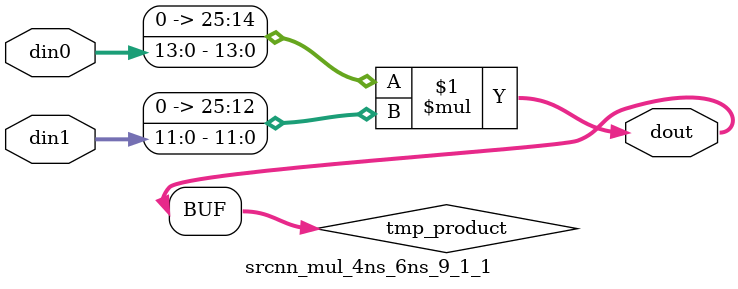
<source format=v>

`timescale 1 ns / 1 ps

  module srcnn_mul_4ns_6ns_9_1_1(din0, din1, dout);
parameter ID = 1;
parameter NUM_STAGE = 0;
parameter din0_WIDTH = 14;
parameter din1_WIDTH = 12;
parameter dout_WIDTH = 26;

input [din0_WIDTH - 1 : 0] din0; 
input [din1_WIDTH - 1 : 0] din1; 
output [dout_WIDTH - 1 : 0] dout;

wire signed [dout_WIDTH - 1 : 0] tmp_product;










assign tmp_product = $signed({1'b0, din0}) * $signed({1'b0, din1});











assign dout = tmp_product;







endmodule

</source>
